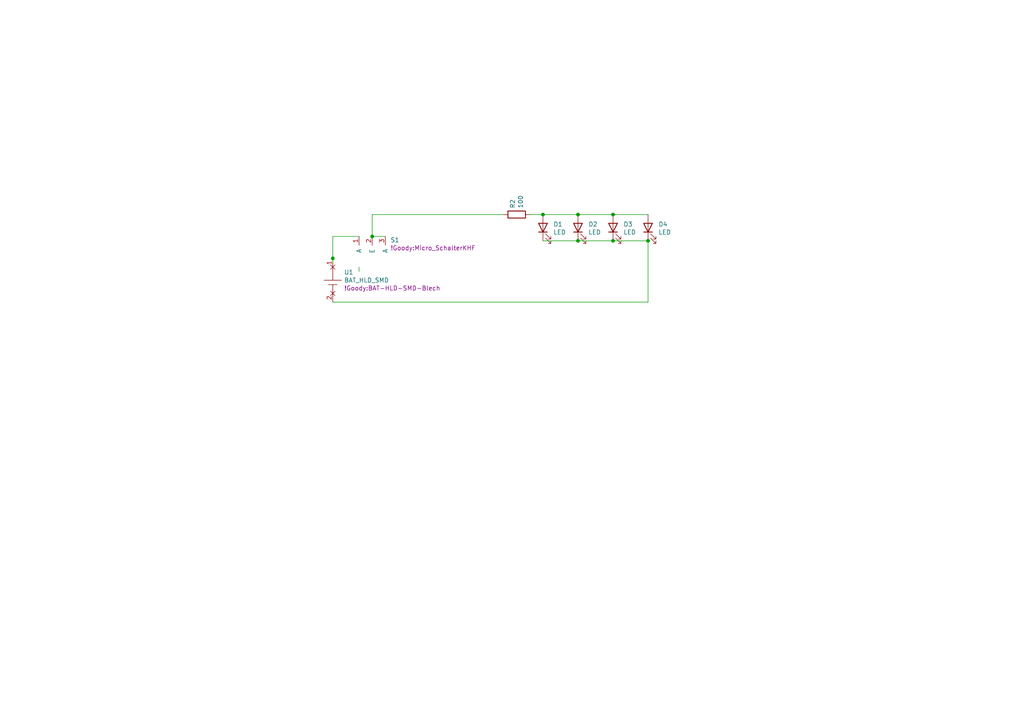
<source format=kicad_sch>
(kicad_sch
	(version 20250114)
	(generator "eeschema")
	(generator_version "9.0")
	(uuid "454b0ddd-74d1-46eb-8558-6c516066bc9d")
	(paper "A4")
	(lib_symbols
		(symbol "!Goody:BAT_HLD_SMD"
			(pin_names
				(offset 1.016)
			)
			(exclude_from_sim no)
			(in_bom yes)
			(on_board yes)
			(property "Reference" "U"
				(at -5.08 0 0)
				(effects
					(font
						(size 1.27 1.27)
					)
				)
			)
			(property "Value" "BAT_HLD_SMD"
				(at -10.16 3.81 0)
				(effects
					(font
						(size 1.27 1.27)
					)
				)
			)
			(property "Footprint" "KHF_LIB:BAT-HLD-SMD"
				(at -15.24 6.35 0)
				(effects
					(font
						(size 1.27 1.27)
					)
				)
			)
			(property "Datasheet" ""
				(at -5.08 0 0)
				(effects
					(font
						(size 1.27 1.27)
					)
					(hide yes)
				)
			)
			(property "Description" "2032 SMD"
				(at 0 0 0)
				(effects
					(font
						(size 1.27 1.27)
					)
					(hide yes)
				)
			)
			(symbol "BAT_HLD_SMD_0_1"
				(rectangle
					(start -1.27 0)
					(end -2.54 0)
					(stroke
						(width 0)
						(type solid)
					)
					(fill
						(type none)
					)
				)
				(rectangle
					(start -1.27 0)
					(end 1.27 0)
					(stroke
						(width 0)
						(type solid)
					)
					(fill
						(type none)
					)
				)
				(rectangle
					(start -1.27 -1.27)
					(end 1.27 -1.27)
					(stroke
						(width 0)
						(type solid)
					)
					(fill
						(type none)
					)
				)
				(polyline
					(pts
						(xy 0 0) (xy 0 3.81)
					)
					(stroke
						(width 0)
						(type solid)
					)
					(fill
						(type none)
					)
				)
				(polyline
					(pts
						(xy 0 -3.81) (xy 0 -1.27)
					)
					(stroke
						(width 0)
						(type solid)
					)
					(fill
						(type none)
					)
				)
				(polyline
					(pts
						(xy 1.27 0) (xy 2.54 0)
					)
					(stroke
						(width 0)
						(type solid)
					)
					(fill
						(type none)
					)
				)
			)
			(symbol "BAT_HLD_SMD_1_1"
				(pin power_out non_logic
					(at 0 6.35 270)
					(length 2.54)
					(name "~"
						(effects
							(font
								(size 1.27 1.27)
							)
						)
					)
					(number "1"
						(effects
							(font
								(size 1.27 1.27)
							)
						)
					)
				)
				(pin power_out non_logic
					(at 0 -6.35 90)
					(length 2.54)
					(name "~"
						(effects
							(font
								(size 1.27 1.27)
							)
						)
					)
					(number "2"
						(effects
							(font
								(size 1.27 1.27)
							)
						)
					)
				)
			)
			(embedded_fonts no)
		)
		(symbol "!Goody:LED"
			(pin_numbers
				(hide yes)
			)
			(pin_names
				(offset 1.016)
				(hide yes)
			)
			(exclude_from_sim no)
			(in_bom yes)
			(on_board yes)
			(property "Reference" "D"
				(at 0 2.54 0)
				(effects
					(font
						(size 1.27 1.27)
					)
				)
			)
			(property "Value" "LED"
				(at 2.54 -2.54 90)
				(effects
					(font
						(size 1.27 1.27)
					)
				)
			)
			(property "Footprint" "LED_THT:LED_D5.0mm"
				(at 0 5.08 0)
				(effects
					(font
						(size 1.27 1.27)
					)
					(hide yes)
				)
			)
			(property "Datasheet" ""
				(at 0 -2.54 90)
				(effects
					(font
						(size 1.27 1.27)
					)
					(hide yes)
				)
			)
			(property "Description" "LED 5mm"
				(at 0 0 0)
				(effects
					(font
						(size 1.27 1.27)
					)
					(hide yes)
				)
			)
			(property "ki_fp_filters" "LED* LED_SMD:* LED_THT:*"
				(at 0 0 0)
				(effects
					(font
						(size 1.27 1.27)
					)
					(hide yes)
				)
			)
			(symbol "LED_0_1"
				(polyline
					(pts
						(xy 0 -3.81) (xy 0 -1.27)
					)
					(stroke
						(width 0)
						(type solid)
					)
					(fill
						(type none)
					)
				)
				(polyline
					(pts
						(xy 0.762 -4.318) (xy 2.286 -5.842) (xy 2.286 -5.08) (xy 2.286 -5.842) (xy 1.524 -5.842)
					)
					(stroke
						(width 0)
						(type solid)
					)
					(fill
						(type none)
					)
				)
				(polyline
					(pts
						(xy 0.762 -5.588) (xy 2.286 -7.112) (xy 2.286 -6.35) (xy 2.286 -7.112) (xy 1.524 -7.112)
					)
					(stroke
						(width 0)
						(type solid)
					)
					(fill
						(type none)
					)
				)
				(polyline
					(pts
						(xy 1.27 -1.27) (xy -1.27 -1.27) (xy 0 -3.81) (xy 1.27 -1.27)
					)
					(stroke
						(width 0.254)
						(type solid)
					)
					(fill
						(type none)
					)
				)
				(polyline
					(pts
						(xy 1.27 -3.81) (xy -1.27 -3.81)
					)
					(stroke
						(width 0.254)
						(type solid)
					)
					(fill
						(type none)
					)
				)
			)
			(symbol "LED_1_1"
				(pin passive line
					(at 0 1.27 270)
					(length 2.54)
					(name "A"
						(effects
							(font
								(size 1.27 1.27)
							)
						)
					)
					(number "2"
						(effects
							(font
								(size 1.27 1.27)
							)
						)
					)
				)
				(pin passive line
					(at 0 -6.35 90)
					(length 2.54)
					(name "K"
						(effects
							(font
								(size 1.27 1.27)
							)
						)
					)
					(number "1"
						(effects
							(font
								(size 1.27 1.27)
							)
						)
					)
				)
			)
			(embedded_fonts no)
		)
		(symbol "!Goody:Micro_Schalter"
			(pin_names
				(offset 1.016)
			)
			(exclude_from_sim no)
			(in_bom yes)
			(on_board yes)
			(property "Reference" "S"
				(at 0 0 0)
				(effects
					(font
						(size 1.27 1.27)
					)
				)
			)
			(property "Value" "Micro_Schalter"
				(at 0 5.08 0)
				(effects
					(font
						(size 1.27 1.27)
					)
					(hide yes)
				)
			)
			(property "Footprint" "KHF_LIB:Micro_SchalterKHF"
				(at 0 0 0)
				(effects
					(font
						(size 1.27 1.27)
					)
				)
			)
			(property "Datasheet" ""
				(at 0 0 0)
				(effects
					(font
						(size 1.27 1.27)
					)
					(hide yes)
				)
			)
			(property "Description" "Micro_Schalter"
				(at 0 0 0)
				(effects
					(font
						(size 1.27 1.27)
					)
					(hide yes)
				)
			)
			(symbol "Micro_Schalter_1_1"
				(pin passive line
					(at -3.81 -2.54 270)
					(length 2.54)
					(name "A"
						(effects
							(font
								(size 1.27 1.27)
							)
						)
					)
					(number "1"
						(effects
							(font
								(size 1.27 1.27)
							)
						)
					)
				)
				(pin passive line
					(at 0 -2.54 270)
					(length 2.54)
					(name "E"
						(effects
							(font
								(size 1.27 1.27)
							)
						)
					)
					(number "2"
						(effects
							(font
								(size 1.27 1.27)
							)
						)
					)
				)
				(pin passive line
					(at 3.81 -2.54 270)
					(length 2.54)
					(name "A"
						(effects
							(font
								(size 1.27 1.27)
							)
						)
					)
					(number "3"
						(effects
							(font
								(size 1.27 1.27)
							)
						)
					)
				)
			)
			(embedded_fonts no)
		)
		(symbol "!Goody:R"
			(pin_numbers
				(hide yes)
			)
			(pin_names
				(offset 0)
			)
			(exclude_from_sim no)
			(in_bom yes)
			(on_board yes)
			(property "Reference" "R"
				(at 2.032 0 90)
				(effects
					(font
						(size 1.27 1.27)
					)
				)
			)
			(property "Value" "R"
				(at 0 0 90)
				(effects
					(font
						(size 1.27 1.27)
					)
				)
			)
			(property "Footprint" "Resistor_THT:R_Axial_DIN0411_L9.9mm_D3.6mm_P12.70mm_Horizontal"
				(at -1.778 0 90)
				(effects
					(font
						(size 1.27 1.27)
					)
					(hide yes)
				)
			)
			(property "Datasheet" "~"
				(at 0 0 0)
				(effects
					(font
						(size 1.27 1.27)
					)
					(hide yes)
				)
			)
			(property "Description" "Resistor"
				(at 0 0 0)
				(effects
					(font
						(size 1.27 1.27)
					)
					(hide yes)
				)
			)
			(property "ki_keywords" "R res resistor"
				(at 0 0 0)
				(effects
					(font
						(size 1.27 1.27)
					)
					(hide yes)
				)
			)
			(property "ki_fp_filters" "R_*"
				(at 0 0 0)
				(effects
					(font
						(size 1.27 1.27)
					)
					(hide yes)
				)
			)
			(symbol "R_0_1"
				(rectangle
					(start -1.016 -2.54)
					(end 1.016 2.54)
					(stroke
						(width 0.254)
						(type solid)
					)
					(fill
						(type none)
					)
				)
			)
			(symbol "R_1_1"
				(pin passive line
					(at 0 3.81 270)
					(length 1.27)
					(name "~"
						(effects
							(font
								(size 1.27 1.27)
							)
						)
					)
					(number "1"
						(effects
							(font
								(size 1.27 1.27)
							)
						)
					)
				)
				(pin passive line
					(at 0 -3.81 90)
					(length 1.27)
					(name "~"
						(effects
							(font
								(size 1.27 1.27)
							)
						)
					)
					(number "2"
						(effects
							(font
								(size 1.27 1.27)
							)
						)
					)
				)
			)
			(embedded_fonts no)
		)
	)
	(junction
		(at 187.96 69.85)
		(diameter 0)
		(color 0 0 0 0)
		(uuid "499dc71b-adff-4cc9-bb32-b64ff1c53728")
	)
	(junction
		(at 157.48 62.23)
		(diameter 0)
		(color 0 0 0 0)
		(uuid "6686745a-1653-4997-82e5-235d949eb0c2")
	)
	(junction
		(at 96.52 74.93)
		(diameter 0)
		(color 0 0 0 0)
		(uuid "6d551059-faf4-4a30-9c9c-22352b4e4f89")
	)
	(junction
		(at 177.8 69.85)
		(diameter 0)
		(color 0 0 0 0)
		(uuid "71d53577-10ca-496a-881f-3b9eb3fceaad")
	)
	(junction
		(at 167.64 69.85)
		(diameter 0)
		(color 0 0 0 0)
		(uuid "773b4f0c-d4ea-4499-9270-04d4b624c971")
	)
	(junction
		(at 167.64 62.23)
		(diameter 0)
		(color 0 0 0 0)
		(uuid "8c878152-c740-4465-a698-b666fe99b4dc")
	)
	(junction
		(at 107.95 68.58)
		(diameter 0)
		(color 0 0 0 0)
		(uuid "afcdc3b4-a5bb-403e-9f07-1fee200b8475")
	)
	(junction
		(at 177.8 62.23)
		(diameter 0)
		(color 0 0 0 0)
		(uuid "f9953244-da58-4fde-a0c8-bea31b384086")
	)
	(wire
		(pts
			(xy 96.52 68.58) (xy 96.52 74.93)
		)
		(stroke
			(width 0)
			(type default)
		)
		(uuid "1bc77f29-0161-4b50-8fff-678fbda96fe4")
	)
	(wire
		(pts
			(xy 167.64 62.23) (xy 177.8 62.23)
		)
		(stroke
			(width 0)
			(type default)
		)
		(uuid "1f3f497c-43b0-4301-ba73-c176a8ed968d")
	)
	(wire
		(pts
			(xy 153.67 62.23) (xy 157.48 62.23)
		)
		(stroke
			(width 0)
			(type default)
		)
		(uuid "3612aeee-e0b4-4692-bc52-7db388eb88d5")
	)
	(wire
		(pts
			(xy 157.48 62.23) (xy 167.64 62.23)
		)
		(stroke
			(width 0)
			(type default)
		)
		(uuid "4f9ce23a-749e-4bf8-b9fe-c76ced2df8f1")
	)
	(wire
		(pts
			(xy 177.8 69.85) (xy 187.96 69.85)
		)
		(stroke
			(width 0)
			(type default)
		)
		(uuid "56d1b12a-992f-4ada-97ab-a73b87ef3bc2")
	)
	(wire
		(pts
			(xy 167.64 69.85) (xy 177.8 69.85)
		)
		(stroke
			(width 0)
			(type default)
		)
		(uuid "5970f1ca-e859-4d07-8f90-0998947c0405")
	)
	(wire
		(pts
			(xy 96.52 74.93) (xy 96.52 76.2)
		)
		(stroke
			(width 0)
			(type default)
		)
		(uuid "63535b89-e873-4d8c-842c-2a5741a4c624")
	)
	(wire
		(pts
			(xy 107.95 68.58) (xy 107.95 62.23)
		)
		(stroke
			(width 0)
			(type default)
		)
		(uuid "6b870757-4aa6-4602-a098-9b8746bc95bf")
	)
	(wire
		(pts
			(xy 177.8 62.23) (xy 187.96 62.23)
		)
		(stroke
			(width 0)
			(type default)
		)
		(uuid "6c17722d-742b-458f-ab72-eb09125c198d")
	)
	(wire
		(pts
			(xy 96.52 68.58) (xy 104.14 68.58)
		)
		(stroke
			(width 0)
			(type default)
		)
		(uuid "a82e5f43-05e6-4594-ac82-6fef85b8e891")
	)
	(wire
		(pts
			(xy 157.48 69.85) (xy 167.64 69.85)
		)
		(stroke
			(width 0)
			(type default)
		)
		(uuid "b26078c8-db4a-4874-9068-a73e5d3867d9")
	)
	(wire
		(pts
			(xy 107.95 62.23) (xy 146.05 62.23)
		)
		(stroke
			(width 0)
			(type default)
		)
		(uuid "bc3b5bfb-7000-46ec-9777-b9eb4ee76a53")
	)
	(wire
		(pts
			(xy 104.14 77.47) (xy 104.14 78.74)
		)
		(stroke
			(width 0)
			(type default)
		)
		(uuid "be62053d-161c-4f37-b122-769fa16986c8")
	)
	(wire
		(pts
			(xy 187.96 87.63) (xy 187.96 69.85)
		)
		(stroke
			(width 0)
			(type default)
		)
		(uuid "e05f2ac3-ad28-4255-a4ff-9cec162f74d2")
	)
	(wire
		(pts
			(xy 107.95 68.58) (xy 111.76 68.58)
		)
		(stroke
			(width 0)
			(type default)
		)
		(uuid "ef0c7d31-b088-46ec-b82c-a8eba3bf4914")
	)
	(wire
		(pts
			(xy 96.52 87.63) (xy 187.96 87.63)
		)
		(stroke
			(width 0)
			(type default)
		)
		(uuid "f6a59382-d2f7-4dd2-9e06-5b876a4e1f6e")
	)
	(symbol
		(lib_id "!Goody:LED")
		(at 167.64 63.5 0)
		(unit 1)
		(exclude_from_sim no)
		(in_bom yes)
		(on_board yes)
		(dnp no)
		(uuid "255192c2-18b6-45da-8c9f-e3bfda4445af")
		(property "Reference" "D2"
			(at 170.6372 65.0494 0)
			(effects
				(font
					(size 1.27 1.27)
				)
				(justify left)
			)
		)
		(property "Value" "LED"
			(at 170.6372 67.3608 0)
			(effects
				(font
					(size 1.27 1.27)
				)
				(justify left)
			)
		)
		(property "Footprint" "LED_THT:LED_D5.0mm"
			(at 167.64 58.42 0)
			(effects
				(font
					(size 1.27 1.27)
				)
				(hide yes)
			)
		)
		(property "Datasheet" ""
			(at 167.64 66.04 90)
			(effects
				(font
					(size 1.27 1.27)
				)
				(hide yes)
			)
		)
		(property "Description" ""
			(at 167.64 63.5 0)
			(effects
				(font
					(size 1.27 1.27)
				)
			)
		)
		(pin "1"
			(uuid "eef2b327-bfc7-4553-85b8-5ab4cf1fc397")
		)
		(pin "2"
			(uuid "78ac2701-6be1-4e5d-92ee-1a4a91b2d916")
		)
		(instances
			(project "BL_Santa"
				(path "/454b0ddd-74d1-46eb-8558-6c516066bc9d"
					(reference "D2")
					(unit 1)
				)
			)
			(project "Fledermaus II"
				(path "/7b75b24d-c639-4257-9c07-eb8fe85db5f5"
					(reference "D2")
					(unit 1)
				)
			)
			(project "Tiger"
				(path "/85a7168c-e501-46f8-8e1e-9512bc111992"
					(reference "D2")
					(unit 1)
				)
			)
			(project "Seegeist"
				(path "/9b2a9ae3-bef4-45e9-9397-3e96b5b2715c"
					(reference "D3")
					(unit 1)
				)
			)
		)
	)
	(symbol
		(lib_id "!Goody:LED")
		(at 187.96 63.5 0)
		(unit 1)
		(exclude_from_sim no)
		(in_bom yes)
		(on_board yes)
		(dnp no)
		(uuid "2d4bfc84-a18f-4bec-a5ae-8471b8bb5d78")
		(property "Reference" "D4"
			(at 190.9572 65.0494 0)
			(effects
				(font
					(size 1.27 1.27)
				)
				(justify left)
			)
		)
		(property "Value" "LED"
			(at 190.9572 67.3608 0)
			(effects
				(font
					(size 1.27 1.27)
				)
				(justify left)
			)
		)
		(property "Footprint" "LED_THT:LED_D5.0mm"
			(at 187.96 58.42 0)
			(effects
				(font
					(size 1.27 1.27)
				)
				(hide yes)
			)
		)
		(property "Datasheet" ""
			(at 187.96 66.04 90)
			(effects
				(font
					(size 1.27 1.27)
				)
				(hide yes)
			)
		)
		(property "Description" ""
			(at 187.96 63.5 0)
			(effects
				(font
					(size 1.27 1.27)
				)
			)
		)
		(pin "1"
			(uuid "a43f6a68-d852-4022-b7d9-aa6f68052c3e")
		)
		(pin "2"
			(uuid "856a9451-d1a0-4e6f-ae9f-27fd8632b496")
		)
		(instances
			(project "BL_Santa"
				(path "/454b0ddd-74d1-46eb-8558-6c516066bc9d"
					(reference "D4")
					(unit 1)
				)
			)
			(project "Fledermaus II"
				(path "/7b75b24d-c639-4257-9c07-eb8fe85db5f5"
					(reference "D2")
					(unit 1)
				)
			)
			(project "Tiger"
				(path "/85a7168c-e501-46f8-8e1e-9512bc111992"
					(reference "D2")
					(unit 1)
				)
			)
			(project "Seegeist"
				(path "/9b2a9ae3-bef4-45e9-9397-3e96b5b2715c"
					(reference "D3")
					(unit 1)
				)
			)
		)
	)
	(symbol
		(lib_id "!Goody:LED")
		(at 177.8 63.5 0)
		(unit 1)
		(exclude_from_sim no)
		(in_bom yes)
		(on_board yes)
		(dnp no)
		(uuid "2ffb48c6-8168-4daf-b4e6-9c147ed3c359")
		(property "Reference" "D3"
			(at 180.7972 65.0494 0)
			(effects
				(font
					(size 1.27 1.27)
				)
				(justify left)
			)
		)
		(property "Value" "LED"
			(at 180.7972 67.3608 0)
			(effects
				(font
					(size 1.27 1.27)
				)
				(justify left)
			)
		)
		(property "Footprint" "LED_THT:LED_D4.0mm"
			(at 177.8 58.42 0)
			(effects
				(font
					(size 1.27 1.27)
				)
				(hide yes)
			)
		)
		(property "Datasheet" ""
			(at 177.8 66.04 90)
			(effects
				(font
					(size 1.27 1.27)
				)
				(hide yes)
			)
		)
		(property "Description" ""
			(at 177.8 63.5 0)
			(effects
				(font
					(size 1.27 1.27)
				)
			)
		)
		(pin "1"
			(uuid "aa7a0660-cd76-4444-8093-08da9a7f031a")
		)
		(pin "2"
			(uuid "7a15b73d-6ad4-4e74-9a1b-965d59be5a9a")
		)
		(instances
			(project "BL_Santa"
				(path "/454b0ddd-74d1-46eb-8558-6c516066bc9d"
					(reference "D3")
					(unit 1)
				)
			)
			(project "Fledermaus II"
				(path "/7b75b24d-c639-4257-9c07-eb8fe85db5f5"
					(reference "D1")
					(unit 1)
				)
			)
			(project "Tiger"
				(path "/85a7168c-e501-46f8-8e1e-9512bc111992"
					(reference "D1")
					(unit 1)
				)
			)
			(project "Seegeist"
				(path "/9b2a9ae3-bef4-45e9-9397-3e96b5b2715c"
					(reference "D2")
					(unit 1)
				)
			)
		)
	)
	(symbol
		(lib_id "!Goody:BAT_HLD_SMD")
		(at 96.52 81.28 0)
		(unit 1)
		(exclude_from_sim no)
		(in_bom yes)
		(on_board yes)
		(dnp no)
		(uuid "6b1c94f3-8746-4e05-910b-d37d9d18b041")
		(property "Reference" "U1"
			(at 99.7712 78.9686 0)
			(effects
				(font
					(size 1.27 1.27)
				)
				(justify left)
			)
		)
		(property "Value" "BAT_HLD_SMD"
			(at 99.7712 81.28 0)
			(effects
				(font
					(size 1.27 1.27)
				)
				(justify left)
			)
		)
		(property "Footprint" "!Goody:BAT-HLD-SMD-Blech"
			(at 99.7712 83.5914 0)
			(effects
				(font
					(size 1.27 1.27)
				)
				(justify left)
			)
		)
		(property "Datasheet" ""
			(at 91.44 81.28 0)
			(effects
				(font
					(size 1.27 1.27)
				)
				(hide yes)
			)
		)
		(property "Description" ""
			(at 96.52 81.28 0)
			(effects
				(font
					(size 1.27 1.27)
				)
			)
		)
		(pin "1"
			(uuid "7b4b14da-97f9-4b60-bb32-df405988be62")
		)
		(pin "2"
			(uuid "8c7cf65c-6ac0-4c55-b0ae-9b8f31c46cce")
		)
		(instances
			(project "BL_Santa"
				(path "/454b0ddd-74d1-46eb-8558-6c516066bc9d"
					(reference "U1")
					(unit 1)
				)
			)
			(project "Fledermaus II"
				(path "/7b75b24d-c639-4257-9c07-eb8fe85db5f5"
					(reference "U2")
					(unit 1)
				)
			)
			(project "Tiger"
				(path "/85a7168c-e501-46f8-8e1e-9512bc111992"
					(reference "U2")
					(unit 1)
				)
			)
			(project "Seegeist"
				(path "/9b2a9ae3-bef4-45e9-9397-3e96b5b2715c"
					(reference "U2")
					(unit 1)
				)
			)
		)
	)
	(symbol
		(lib_id "!Goody:R")
		(at 149.86 62.23 90)
		(unit 1)
		(exclude_from_sim no)
		(in_bom yes)
		(on_board yes)
		(dnp no)
		(uuid "921c6c11-de2f-40f2-9244-c2d5c323aaa0")
		(property "Reference" "R2"
			(at 148.6916 60.452 0)
			(effects
				(font
					(size 1.27 1.27)
				)
				(justify left)
			)
		)
		(property "Value" "100"
			(at 151.003 60.452 0)
			(effects
				(font
					(size 1.27 1.27)
				)
				(justify left)
			)
		)
		(property "Footprint" "Resistor_THT:R_Axial_DIN0207_L6.3mm_D2.5mm_P10.16mm_Horizontal"
			(at 149.86 64.008 90)
			(effects
				(font
					(size 1.27 1.27)
				)
				(hide yes)
			)
		)
		(property "Datasheet" "~"
			(at 149.86 62.23 0)
			(effects
				(font
					(size 1.27 1.27)
				)
				(hide yes)
			)
		)
		(property "Description" ""
			(at 149.86 62.23 0)
			(effects
				(font
					(size 1.27 1.27)
				)
			)
		)
		(pin "1"
			(uuid "791c991b-1559-4d67-a492-f0ba30277371")
		)
		(pin "2"
			(uuid "66c49ae5-60b8-4244-ae1b-7110def06f69")
		)
		(instances
			(project "BL_Santa"
				(path "/454b0ddd-74d1-46eb-8558-6c516066bc9d"
					(reference "R2")
					(unit 1)
				)
			)
			(project "Fledermaus II"
				(path "/7b75b24d-c639-4257-9c07-eb8fe85db5f5"
					(reference "R4")
					(unit 1)
				)
			)
			(project "Tiger"
				(path "/85a7168c-e501-46f8-8e1e-9512bc111992"
					(reference "R4")
					(unit 1)
				)
			)
			(project "Seegeist"
				(path "/9b2a9ae3-bef4-45e9-9397-3e96b5b2715c"
					(reference "R3")
					(unit 1)
				)
			)
		)
	)
	(symbol
		(lib_id "!Goody:LED")
		(at 157.48 63.5 0)
		(unit 1)
		(exclude_from_sim no)
		(in_bom yes)
		(on_board yes)
		(dnp no)
		(uuid "d57e8042-b79c-4533-b81b-afc58d65066d")
		(property "Reference" "D1"
			(at 160.4772 65.0494 0)
			(effects
				(font
					(size 1.27 1.27)
				)
				(justify left)
			)
		)
		(property "Value" "LED"
			(at 160.4772 67.3608 0)
			(effects
				(font
					(size 1.27 1.27)
				)
				(justify left)
			)
		)
		(property "Footprint" "LED_THT:LED_D5.0mm"
			(at 157.48 58.42 0)
			(effects
				(font
					(size 1.27 1.27)
				)
				(hide yes)
			)
		)
		(property "Datasheet" ""
			(at 157.48 66.04 90)
			(effects
				(font
					(size 1.27 1.27)
				)
				(hide yes)
			)
		)
		(property "Description" ""
			(at 157.48 63.5 0)
			(effects
				(font
					(size 1.27 1.27)
				)
			)
		)
		(pin "1"
			(uuid "e0a5d621-22b0-4f28-85e5-309528dc6b91")
		)
		(pin "2"
			(uuid "b1c8d708-6b47-4edb-ac3f-f0521fbf1aaf")
		)
		(instances
			(project "BL_Santa"
				(path "/454b0ddd-74d1-46eb-8558-6c516066bc9d"
					(reference "D1")
					(unit 1)
				)
			)
			(project "Fledermaus II"
				(path "/7b75b24d-c639-4257-9c07-eb8fe85db5f5"
					(reference "D1")
					(unit 1)
				)
			)
			(project "Tiger"
				(path "/85a7168c-e501-46f8-8e1e-9512bc111992"
					(reference "D1")
					(unit 1)
				)
			)
			(project "Seegeist"
				(path "/9b2a9ae3-bef4-45e9-9397-3e96b5b2715c"
					(reference "D2")
					(unit 1)
				)
			)
		)
	)
	(symbol
		(lib_id "!Goody:Micro_Schalter")
		(at 107.95 66.04 0)
		(unit 1)
		(exclude_from_sim no)
		(in_bom yes)
		(on_board yes)
		(dnp no)
		(uuid "e143e2d2-350b-4fb2-83e8-236a2bdf4100")
		(property "Reference" "S1"
			(at 113.2332 69.6214 0)
			(effects
				(font
					(size 1.27 1.27)
				)
				(justify left)
			)
		)
		(property "Value" "Micro_Schalter"
			(at 107.95 60.96 0)
			(effects
				(font
					(size 1.27 1.27)
				)
				(hide yes)
			)
		)
		(property "Footprint" "!Goody:Micro_SchalterKHF"
			(at 113.2332 71.9328 0)
			(effects
				(font
					(size 1.27 1.27)
				)
				(justify left)
			)
		)
		(property "Datasheet" ""
			(at 107.95 66.04 0)
			(effects
				(font
					(size 1.27 1.27)
				)
				(hide yes)
			)
		)
		(property "Description" ""
			(at 107.95 66.04 0)
			(effects
				(font
					(size 1.27 1.27)
				)
			)
		)
		(pin "1"
			(uuid "a1d9e007-f82f-49c3-898f-46992f0ee63b")
		)
		(pin "2"
			(uuid "2291d818-9888-4f76-a3e5-5ba3093d65cd")
		)
		(pin "3"
			(uuid "56192883-fdd7-4e61-a1e9-f8e067ff0e4f")
		)
		(instances
			(project "BL_Santa"
				(path "/454b0ddd-74d1-46eb-8558-6c516066bc9d"
					(reference "S1")
					(unit 1)
				)
			)
			(project "Fledermaus II"
				(path "/7b75b24d-c639-4257-9c07-eb8fe85db5f5"
					(reference "S1")
					(unit 1)
				)
			)
			(project "Tiger"
				(path "/85a7168c-e501-46f8-8e1e-9512bc111992"
					(reference "S1")
					(unit 1)
				)
			)
			(project "Seegeist"
				(path "/9b2a9ae3-bef4-45e9-9397-3e96b5b2715c"
					(reference "S1")
					(unit 1)
				)
			)
		)
	)
	(sheet_instances
		(path "/"
			(page "1")
		)
	)
	(embedded_fonts no)
)

</source>
